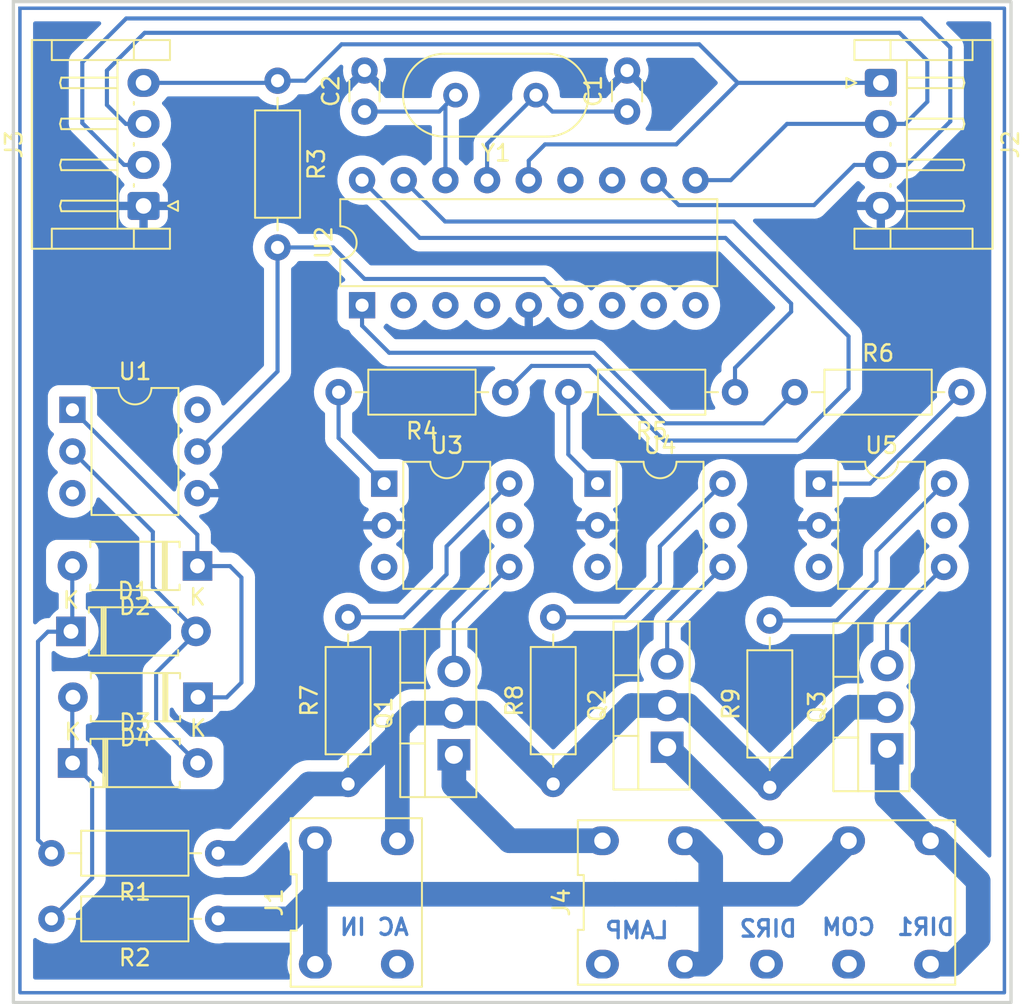
<source format=kicad_pcb>
(kicad_pcb (version 20211014) (generator pcbnew)
  (layers (0 "F.Cu" signal "cobre frontal") (31 "B.Cu" signal "Cobre traseira") (34 "B.Paste" user "Pasta traseira") (35 "F.Paste" user "Pasta frontal") (36 "B.SilkS" user "Serigrafia traseira") (37 "F.SilkS" user "Serigrafia frontal") (38 "B.Mask" user "Máscara traseira") (39 "F.Mask" user "Máscara frontal") (44 "Edge.Cuts" user "Cortes contorno"))
  (net 0 "")
  (net 3 "GND")
  (net 4 "+3V3")
  (net 5 "SCL")
  (net 6 "SDA")
  (net 21 "Net-(C1-Pad1)")
  (net 22 "Net-(C2-Pad1)")
  (net 23 "Net-(D1-Pad1)")
  (net 24 "Net-(D1-Pad2)")
  (net 25 "NEUT")
  (net 26 "LINE")
  (net 27 "Net-(Q1-Pad3)")
  (net 28 "Net-(Q2-Pad3)")
  (net 29 "Net-(Q3-Pad3)")
  (net 30 "ZCD")
  (net 31 "FAN_DIR1")
  (net 32 "Net-(R4-Pad2)")
  (net 33 "FAN_DIR2")
  (net 34 "Net-(R5-Pad2)")
  (net 35 "LAMP")
  (net 36 "Net-(R6-Pad2)")
  (net 37 "Net-(R7-Pad2)")
  (net 38 "Net-(R8-Pad2)")
  (net 39 "Net-(R9-Pad2)")
  (net 40 "FAN_DIR1_POWER")
  (net 41 "FAN_DIR2_POWER")
  (net 42 "LAMP_POWER")
  (net 43 "Net-(D2-Pad1)")
  (net 44 "Net-(D3-Pad1)")
  (footprint "Package_TO_SOT_THT:TO-220-3_Vertical" (layer "F.Cu") (at 73.045 65.14 90)
    (fp_text reference "Q3" (at 2.54 -4.27 90) (layer "F.SilkS"))
    (fp_text value "BTA16-600B")
    (pad "1" thru_hole rect (at 0 0 90) (size 1.905 2) (drill 1.1) (layers *.Cu *.Mask) (net 42 "LAMP_POWER"))
    (pad "2" thru_hole oval (at 2.54 0 90) (size 1.905 2) (drill 1.1) (layers *.Cu *.Mask) (net 26 "LINE"))
    (pad "3" thru_hole oval (at 5.08 0 90) (size 1.905 2) (drill 1.1) (layers *.Cu *.Mask) (net 29 "Net-(Q3-Pad3)"))
  )
  (footprint "Package_DIP:DIP-6_W7.62mm" (layer "F.Cu") (at 23.4 44.475)
    (fp_text reference "U1" (at 3.81 -2.33) (layer "F.SilkS"))
    (fp_text value "4N25")
    (pad "1" thru_hole rect (at 0 0) (size 1.6 1.6) (drill 0.8) (layers *.Cu *.Mask) (net 43 "Net-(D2-Pad1)"))
    (pad "2" thru_hole oval (at 0 2.54) (size 1.6 1.6) (drill 0.8) (layers *.Cu *.Mask) (net 24 "Net-(D1-Pad2)"))
    (pad "3" thru_hole oval (at 0 5.08) (size 1.6 1.6) (drill 0.8) (layers *.Cu *.Mask))
    (pad "4" thru_hole oval (at 7.62 5.08) (size 1.6 1.6) (drill 0.8) (layers *.Cu *.Mask) (net 3 "GND"))
    (pad "5" thru_hole oval (at 7.62 2.54) (size 1.6 1.6) (drill 0.8) (layers *.Cu *.Mask) (net 30 "ZCD"))
    (pad "6" thru_hole oval (at 7.62 0) (size 1.6 1.6) (drill 0.8) (layers *.Cu *.Mask))
  )
  (footprint "Resistor_THT:R_Axial_DIN0207_L6.3mm_D2.5mm_P10.16mm_Horizontal" (layer "F.Cu") (at 63.78 43.4 180)
    (fp_text reference "R5" (at 5.08 -2.37) (layer "F.SilkS"))
    (fp_text value "220R")
    (pad "1" thru_hole circle (at 0 0 180) (size 1.6 1.6) (drill 0.8) (layers *.Cu *.Mask) (net 33 "FAN_DIR2"))
    (pad "2" thru_hole oval (at 10.16 0 180) (size 1.6 1.6) (drill 0.8) (layers *.Cu *.Mask) (net 34 "Net-(R5-Pad2)"))
  )
  (footprint "Resistor_THT:R_Axial_DIN0207_L6.3mm_D2.5mm_P10.16mm_Horizontal" (layer "F.Cu") (at 35.9 24.42 -90)
    (fp_text reference "R3" (at 5.08 -2.37 90) (layer "F.SilkS"))
    (fp_text value "12k")
    (pad "1" thru_hole circle (at 0 0 270) (size 1.6 1.6) (drill 0.8) (layers *.Cu *.Mask) (net 4 "+3V3"))
    (pad "2" thru_hole oval (at 10.16 0 270) (size 1.6 1.6) (drill 0.8) (layers *.Cu *.Mask) (net 30 "ZCD"))
  )
  (footprint "Package_TO_SOT_THT:TO-220-3_Vertical" (layer "F.Cu") (at 46.645 65.5 90)
    (fp_text reference "Q1" (at 2.54 -4.27 90) (layer "F.SilkS"))
    (fp_text value "BTA16-600B")
    (pad "1" thru_hole rect (at 0 0 90) (size 1.905 2) (drill 1.1) (layers *.Cu *.Mask) (net 40 "FAN_DIR1_POWER"))
    (pad "2" thru_hole oval (at 2.54 0 90) (size 1.905 2) (drill 1.1) (layers *.Cu *.Mask) (net 26 "LINE"))
    (pad "3" thru_hole oval (at 5.08 0 90) (size 1.905 2) (drill 1.1) (layers *.Cu *.Mask) (net 27 "Net-(Q1-Pad3)"))
  )
  (footprint "Connector_Spring_Terminal_Block:Connector_Spring_Terminal_Block_5.00mm_5P_KF142V" (layer "F.Cu") (at 65.7 74.5)
    (fp_text reference "J4" (at -12.5 0 90) (layer "F.SilkS"))
    (fp_text value "Screw_Terminal_01x05")
    (pad "1" thru_hole oval (at -10 -3.76) (size 2 1.75) (drill 1) (layers *.Cu *.Mask) (net 40 "FAN_DIR1_POWER"))
    (pad "1" thru_hole oval (at -10 3.76) (size 2 1.75) (drill 1) (layers *.Cu *.Mask) (net 40 "FAN_DIR1_POWER"))
    (pad "2" thru_hole oval (at -5 -3.76) (size 2 1.75) (drill 1) (layers *.Cu *.Mask) (net 25 "NEUT"))
    (pad "2" thru_hole oval (at -5 3.76) (size 2 1.75) (drill 1) (layers *.Cu *.Mask) (net 25 "NEUT"))
    (pad "3" thru_hole oval (at 0 -3.76) (size 2 1.75) (drill 1) (layers *.Cu *.Mask) (net 41 "FAN_DIR2_POWER"))
    (pad "3" thru_hole oval (at 0 3.76) (size 2 1.75) (drill 1) (layers *.Cu *.Mask) (net 41 "FAN_DIR2_POWER"))
    (pad "4" thru_hole oval (at 5 3.76) (size 2 1.75) (drill 1) (layers *.Cu *.Mask) (net 25 "NEUT"))
    (pad "4" thru_hole oval (at 5 -3.76) (size 2 1.75) (drill 1) (layers *.Cu *.Mask) (net 25 "NEUT"))
    (pad "5" thru_hole oval (at 10 3.76) (size 2 1.75) (drill 1) (layers *.Cu *.Mask) (net 42 "LAMP_POWER"))
    (pad "5" thru_hole oval (at 10 -3.76) (size 2 1.75) (drill 1) (layers *.Cu *.Mask) (net 42 "LAMP_POWER"))
  )
  (footprint "Diode_THT:D_A-405_P7.62mm_Horizontal" (layer "F.Cu") (at 31.02 53.99 180)
    (fp_text reference "D2" (at 3.81 -2.47) (layer "F.SilkS"))
    (fp_text value "DIODE")
    (fp_text user "K" (at 0 -1.9) (layer "F.SilkS"))
    (pad "1" thru_hole rect (at 0 0 180) (size 1.8 1.8) (drill 0.9) (layers *.Cu *.Mask) (net 43 "Net-(D2-Pad1)"))
    (pad "2" thru_hole oval (at 7.62 0 180) (size 1.8 1.8) (drill 0.9) (layers *.Cu *.Mask) (net 23 "Net-(D1-Pad1)"))
  )
  (footprint "Diode_THT:D_A-405_P7.62mm_Horizontal" (layer "F.Cu") (at 23.31 57.98)
    (fp_text reference "D1" (at 3.81 -2.47) (layer "F.SilkS"))
    (fp_text value "DIODE")
    (fp_text user "K" (at 0 -1.9) (layer "F.SilkS"))
    (pad "1" thru_hole rect (at 0 0) (size 1.8 1.8) (drill 0.9) (layers *.Cu *.Mask) (net 23 "Net-(D1-Pad1)"))
    (pad "2" thru_hole oval (at 7.62 0) (size 1.8 1.8) (drill 0.9) (layers *.Cu *.Mask) (net 24 "Net-(D1-Pad2)"))
  )
  (footprint "Package_DIP:DIP-6_W7.62mm" (layer "F.Cu") (at 42.4 48.975)
    (fp_text reference "U3" (at 3.81 -2.33) (layer "F.SilkS"))
    (fp_text value "MOC3020M")
    (pad "1" thru_hole rect (at 0 0) (size 1.6 1.6) (drill 0.8) (layers *.Cu *.Mask) (net 32 "Net-(R4-Pad2)"))
    (pad "2" thru_hole oval (at 0 2.54) (size 1.6 1.6) (drill 0.8) (layers *.Cu *.Mask) (net 3 "GND"))
    (pad "3" thru_hole oval (at 0 5.08) (size 1.6 1.6) (drill 0.8) (layers *.Cu *.Mask))
    (pad "4" thru_hole oval (at 7.62 5.08) (size 1.6 1.6) (drill 0.8) (layers *.Cu *.Mask) (net 27 "Net-(Q1-Pad3)"))
    (pad "5" thru_hole oval (at 7.62 2.54) (size 1.6 1.6) (drill 0.8) (layers *.Cu *.Mask))
    (pad "6" thru_hole oval (at 7.62 0) (size 1.6 1.6) (drill 0.8) (layers *.Cu *.Mask) (net 37 "Net-(R7-Pad2)"))
  )
  (footprint "Package_DIP:DIP-18_W7.62mm" (layer "F.Cu") (at 41.05 38.1 90)
    (fp_text reference "U2" (at 3.81 -2.33 90) (layer "F.SilkS"))
    (fp_text value "PIC16F628A-IP")
    (pad "1" thru_hole rect (at 0 0 90) (size 1.6 1.6) (drill 0.8) (layers *.Cu *.Mask) (net 35 "LAMP"))
    (pad "2" thru_hole oval (at 0 2.54 90) (size 1.6 1.6) (drill 0.8) (layers *.Cu *.Mask))
    (pad "3" thru_hole oval (at 0 5.08 90) (size 1.6 1.6) (drill 0.8) (layers *.Cu *.Mask))
    (pad "4" thru_hole oval (at 0 7.62 90) (size 1.6 1.6) (drill 0.8) (layers *.Cu *.Mask))
    (pad "5" thru_hole oval (at 0 10.16 90) (size 1.6 1.6) (drill 0.8) (layers *.Cu *.Mask) (net 3 "GND"))
    (pad "6" thru_hole oval (at 0 12.7 90) (size 1.6 1.6) (drill 0.8) (layers *.Cu *.Mask) (net 30 "ZCD"))
    (pad "7" thru_hole oval (at 0 15.24 90) (size 1.6 1.6) (drill 0.8) (layers *.Cu *.Mask))
    (pad "8" thru_hole oval (at 0 17.78 90) (size 1.6 1.6) (drill 0.8) (layers *.Cu *.Mask))
    (pad "9" thru_hole oval (at 0 20.32 90) (size 1.6 1.6) (drill 0.8) (layers *.Cu *.Mask))
    (pad "10" thru_hole oval (at 7.62 20.32 90) (size 1.6 1.6) (drill 0.8) (layers *.Cu *.Mask) (net 5 "SCL"))
    (pad "11" thru_hole oval (at 7.62 17.78 90) (size 1.6 1.6) (drill 0.8) (layers *.Cu *.Mask) (net 6 "SDA"))
    (pad "12" thru_hole oval (at 7.62 15.24 90) (size 1.6 1.6) (drill 0.8) (layers *.Cu *.Mask))
    (pad "13" thru_hole oval (at 7.62 12.7 90) (size 1.6 1.6) (drill 0.8) (layers *.Cu *.Mask))
    (pad "14" thru_hole oval (at 7.62 10.16 90) (size 1.6 1.6) (drill 0.8) (layers *.Cu *.Mask) (net 4 "+3V3"))
    (pad "15" thru_hole oval (at 7.62 7.62 90) (size 1.6 1.6) (drill 0.8) (layers *.Cu *.Mask) (net 21 "Net-(C1-Pad1)"))
    (pad "16" thru_hole oval (at 7.62 5.08 90) (size 1.6 1.6) (drill 0.8) (layers *.Cu *.Mask) (net 22 "Net-(C2-Pad1)"))
    (pad "17" thru_hole oval (at 7.62 2.54 90) (size 1.6 1.6) (drill 0.8) (layers *.Cu *.Mask) (net 31 "FAN_DIR1"))
    (pad "18" thru_hole oval (at 7.62 0 90) (size 1.6 1.6) (drill 0.8) (layers *.Cu *.Mask) (net 33 "FAN_DIR2"))
  )
  (footprint "Resistor_THT:R_Axial_DIN0207_L6.3mm_D2.5mm_P10.16mm_Horizontal" (layer "F.Cu") (at 65.9 67.48 90)
    (fp_text reference "R9" (at 5.08 -2.37 90) (layer "F.SilkS"))
    (fp_text value "1k")
    (pad "1" thru_hole circle (at 0 0 90) (size 1.6 1.6) (drill 0.8) (layers *.Cu *.Mask) (net 26 "LINE"))
    (pad "2" thru_hole oval (at 10.16 0 90) (size 1.6 1.6) (drill 0.8) (layers *.Cu *.Mask) (net 39 "Net-(R9-Pad2)"))
  )
  (footprint "Package_TO_SOT_THT:TO-220-3_Vertical" (layer "F.Cu") (at 59.645 65.04 90)
    (fp_text reference "Q2" (at 2.54 -4.27 90) (layer "F.SilkS"))
    (fp_text value "BTA16-600B")
    (pad "1" thru_hole rect (at 0 0 90) (size 1.905 2) (drill 1.1) (layers *.Cu *.Mask) (net 41 "FAN_DIR2_POWER"))
    (pad "2" thru_hole oval (at 2.54 0 90) (size 1.905 2) (drill 1.1) (layers *.Cu *.Mask) (net 26 "LINE"))
    (pad "3" thru_hole oval (at 5.08 0 90) (size 1.905 2) (drill 1.1) (layers *.Cu *.Mask) (net 28 "Net-(Q2-Pad3)"))
  )
  (footprint "Resistor_THT:R_Axial_DIN0207_L6.3mm_D2.5mm_P10.16mm_Horizontal" (layer "F.Cu") (at 67.42 43.4)
    (fp_text reference "R6" (at 5.08 -2.37) (layer "F.SilkS"))
    (fp_text value "220R")
    (pad "1" thru_hole circle (at 0 0) (size 1.6 1.6) (drill 0.8) (layers *.Cu *.Mask) (net 35 "LAMP"))
    (pad "2" thru_hole oval (at 10.16 0) (size 1.6 1.6) (drill 0.8) (layers *.Cu *.Mask) (net 36 "Net-(R6-Pad2)"))
  )
  (footprint "Package_DIP:DIP-6_W7.62mm" (layer "F.Cu") (at 55.4 48.975)
    (fp_text reference "U4" (at 3.81 -2.33) (layer "F.SilkS"))
    (fp_text value "MOC3020M")
    (pad "1" thru_hole rect (at 0 0) (size 1.6 1.6) (drill 0.8) (layers *.Cu *.Mask) (net 34 "Net-(R5-Pad2)"))
    (pad "2" thru_hole oval (at 0 2.54) (size 1.6 1.6) (drill 0.8) (layers *.Cu *.Mask) (net 3 "GND"))
    (pad "3" thru_hole oval (at 0 5.08) (size 1.6 1.6) (drill 0.8) (layers *.Cu *.Mask))
    (pad "4" thru_hole oval (at 7.62 5.08) (size 1.6 1.6) (drill 0.8) (layers *.Cu *.Mask) (net 28 "Net-(Q2-Pad3)"))
    (pad "5" thru_hole oval (at 7.62 2.54) (size 1.6 1.6) (drill 0.8) (layers *.Cu *.Mask))
    (pad "6" thru_hole oval (at 7.62 0) (size 1.6 1.6) (drill 0.8) (layers *.Cu *.Mask) (net 38 "Net-(R8-Pad2)"))
  )
  (footprint "Resistor_THT:R_Axial_DIN0207_L6.3mm_D2.5mm_P10.16mm_Horizontal" (layer "F.Cu") (at 52.7 67.28 90)
    (fp_text reference "R8" (at 5.08 -2.37 90) (layer "F.SilkS"))
    (fp_text value "1k")
    (pad "1" thru_hole circle (at 0 0 90) (size 1.6 1.6) (drill 0.8) (layers *.Cu *.Mask) (net 26 "LINE"))
    (pad "2" thru_hole oval (at 10.16 0 90) (size 1.6 1.6) (drill 0.8) (layers *.Cu *.Mask) (net 38 "Net-(R8-Pad2)"))
  )
  (footprint "Connector_JST:JST_EH_S4B-EH_1x04_P2.50mm_Horizontal" (layer "F.Cu") (at 72.6675 24.55 -90)
    (fp_text reference "J2" (at 3.75 -7.9 90) (layer "F.SilkS"))
    (fp_text value "Conn_01x04")
    (pad "1" thru_hole roundrect (at 0 0 270) (size 1.7 1.95) (drill 0.95) (layers *.Cu *.Mask) (roundrect_rratio 0.1470588235) (net 4 "+3V3"))
    (pad "2" thru_hole oval (at 2.5 0 270) (size 1.7 1.95) (drill 0.95) (layers *.Cu *.Mask) (net 5 "SCL"))
    (pad "3" thru_hole oval (at 5 0 270) (size 1.7 1.95) (drill 0.95) (layers *.Cu *.Mask) (net 6 "SDA"))
    (pad "4" thru_hole oval (at 7.5 0 270) (size 1.7 1.95) (drill 0.95) (layers *.Cu *.Mask) (net 3 "GND"))
  )
  (footprint "Capacitor_THT:C_Disc_D3.0mm_W1.6mm_P2.50mm" (layer "F.Cu") (at 41.2 26.3 90)
    (fp_text reference "C2" (at 1.25 -2.05 90) (layer "F.SilkS"))
    (fp_text value "C_Small")
    (pad "1" thru_hole circle (at 0 0 90) (size 1.6 1.6) (drill 0.8) (layers *.Cu *.Mask) (net 22 "Net-(C2-Pad1)"))
    (pad "2" thru_hole circle (at 2.5 0 90) (size 1.6 1.6) (drill 0.8) (layers *.Cu *.Mask) (net 3 "GND"))
  )
  (footprint "Resistor_THT:R_Axial_DIN0207_L6.3mm_D2.5mm_P10.16mm_Horizontal" (layer "F.Cu") (at 40.2 67.28 90)
    (fp_text reference "R7" (at 5.08 -2.37 90) (layer "F.SilkS"))
    (fp_text value "1k")
    (pad "1" thru_hole circle (at 0 0 90) (size 1.6 1.6) (drill 0.8) (layers *.Cu *.Mask) (net 26 "LINE"))
    (pad "2" thru_hole oval (at 10.16 0 90) (size 1.6 1.6) (drill 0.8) (layers *.Cu *.Mask) (net 37 "Net-(R7-Pad2)"))
  )
  (footprint "Package_DIP:DIP-6_W7.62mm" (layer "F.Cu") (at 68.9 48.975)
    (fp_text reference "U5" (at 3.81 -2.33) (layer "F.SilkS"))
    (fp_text value "MOC3020M")
    (pad "1" thru_hole rect (at 0 0) (size 1.6 1.6) (drill 0.8) (layers *.Cu *.Mask) (net 36 "Net-(R6-Pad2)"))
    (pad "2" thru_hole oval (at 0 2.54) (size 1.6 1.6) (drill 0.8) (layers *.Cu *.Mask) (net 3 "GND"))
    (pad "3" thru_hole oval (at 0 5.08) (size 1.6 1.6) (drill 0.8) (layers *.Cu *.Mask))
    (pad "4" thru_hole oval (at 7.62 5.08) (size 1.6 1.6) (drill 0.8) (layers *.Cu *.Mask) (net 29 "Net-(Q3-Pad3)"))
    (pad "5" thru_hole oval (at 7.62 2.54) (size 1.6 1.6) (drill 0.8) (layers *.Cu *.Mask))
    (pad "6" thru_hole oval (at 7.62 0) (size 1.6 1.6) (drill 0.8) (layers *.Cu *.Mask) (net 39 "Net-(R9-Pad2)"))
  )
  (footprint "Diode_THT:D_A-405_P7.62mm_Horizontal" (layer "F.Cu") (at 23.41 66)
    (fp_text reference "D3" (at 3.81 -2.47) (layer "F.SilkS"))
    (fp_text value "DIODE")
    (fp_text user "K" (at 0 -1.9) (layer "F.SilkS"))
    (pad "1" thru_hole rect (at 0 0) (size 1.8 1.8) (drill 0.9) (layers *.Cu *.Mask) (net 44 "Net-(D3-Pad1)"))
    (pad "2" thru_hole oval (at 7.62 0) (size 1.8 1.8) (drill 0.9) (layers *.Cu *.Mask) (net 24 "Net-(D1-Pad2)"))
  )
  (footprint "Resistor_THT:R_Axial_DIN0207_L6.3mm_D2.5mm_P10.16mm_Horizontal" (layer "F.Cu") (at 32.28 71.5 180)
    (fp_text reference "R1" (at 5.08 -2.37) (layer "F.SilkS"))
    (fp_text value "56K")
    (pad "1" thru_hole circle (at 0 0 180) (size 1.6 1.6) (drill 0.8) (layers *.Cu *.Mask) (net 26 "LINE"))
    (pad "2" thru_hole oval (at 10.16 0 180) (size 1.6 1.6) (drill 0.8) (layers *.Cu *.Mask) (net 23 "Net-(D1-Pad1)"))
  )
  (footprint "Diode_THT:D_A-405_P7.62mm_Horizontal" (layer "F.Cu") (at 31.05 61.99 180)
    (fp_text reference "D4" (at 3.81 -2.47) (layer "F.SilkS"))
    (fp_text value "DIODE")
    (fp_text user "K" (at 0 -1.9) (layer "F.SilkS"))
    (pad "1" thru_hole rect (at 0 0 180) (size 1.8 1.8) (drill 0.9) (layers *.Cu *.Mask) (net 43 "Net-(D2-Pad1)"))
    (pad "2" thru_hole oval (at 7.62 0 180) (size 1.8 1.8) (drill 0.9) (layers *.Cu *.Mask) (net 44 "Net-(D3-Pad1)"))
  )
  (footprint "Resistor_THT:R_Axial_DIN0207_L6.3mm_D2.5mm_P10.16mm_Horizontal" (layer "F.Cu") (at 49.78 43.4 180)
    (fp_text reference "R4" (at 5.08 -2.37) (layer "F.SilkS"))
    (fp_text value "220R")
    (pad "1" thru_hole circle (at 0 0 180) (size 1.6 1.6) (drill 0.8) (layers *.Cu *.Mask) (net 31 "FAN_DIR1"))
    (pad "2" thru_hole oval (at 10.16 0 180) (size 1.6 1.6) (drill 0.8) (layers *.Cu *.Mask) (net 32 "Net-(R4-Pad2)"))
  )
  (footprint "Connector_JST:JST_EH_S4B-EH_1x04_P2.50mm_Horizontal" (layer "F.Cu") (at 27.7325 32.05 90)
    (fp_text reference "J3" (at 3.75 -7.9 90) (layer "F.SilkS"))
    (fp_text value "Conn_01x04")
    (pad "1" thru_hole roundrect (at 0 0 90) (size 1.7 1.95) (drill 0.95) (layers *.Cu *.Mask) (roundrect_rratio 0.1470588235) (net 3 "GND"))
    (pad "2" thru_hole oval (at 2.5 0 90) (size 1.7 1.95) (drill 0.95) (layers *.Cu *.Mask) (net 6 "SDA"))
    (pad "3" thru_hole oval (at 5 0 90) (size 1.7 1.95) (drill 0.95) (layers *.Cu *.Mask) (net 5 "SCL"))
    (pad "4" thru_hole oval (at 7.5 0 90) (size 1.7 1.95) (drill 0.95) (layers *.Cu *.Mask) (net 4 "+3V3"))
  )
  (footprint "Capacitor_THT:C_Disc_D3.0mm_W1.6mm_P2.50mm" (layer "F.Cu") (at 57.2 26.3 90)
    (fp_text reference "C1" (at 1.25 -2.05 90) (layer "F.SilkS"))
    (fp_text value "C_Small")
    (pad "1" thru_hole circle (at 0 0 90) (size 1.6 1.6) (drill 0.8) (layers *.Cu *.Mask) (net 21 "Net-(C1-Pad1)"))
    (pad "2" thru_hole circle (at 2.5 0 90) (size 1.6 1.6) (drill 0.8) (layers *.Cu *.Mask) (net 3 "GND"))
  )
  (footprint "Crystal:Crystal_HC18-U_Vertical" (layer "F.Cu") (at 51.65 25.3 180)
    (fp_text reference "Y1" (at 2.45 -3.525) (layer "F.SilkS"))
    (fp_text value "Crystal")
    (pad "1" thru_hole circle (at 0 0 180) (size 1.5 1.5) (drill 0.8) (layers *.Cu *.Mask) (net 21 "Net-(C1-Pad1)"))
    (pad "2" thru_hole circle (at 4.9 0 180) (size 1.5 1.5) (drill 0.8) (layers *.Cu *.Mask) (net 22 "Net-(C2-Pad1)"))
  )
  (footprint "Connector_Spring_Terminal_Block:Connector_Spring_Terminal_Block_5.00mm_2P_KF142V" (layer "F.Cu") (at 40.7 74.5)
    (fp_text reference "J1" (at -5 0 90) (layer "F.SilkS"))
    (fp_text value "Screw_Terminal_01x02")
    (pad "1" thru_hole oval (at -2.5 -3.76) (size 2 1.75) (drill 1) (layers *.Cu *.Mask) (net 25 "NEUT"))
    (pad "1" thru_hole oval (at -2.5 3.76) (size 2 1.75) (drill 1) (layers *.Cu *.Mask) (net 25 "NEUT"))
    (pad "2" thru_hole oval (at 2.5 3.76) (size 2 1.75) (drill 1) (layers *.Cu *.Mask) (net 26 "LINE"))
    (pad "2" thru_hole oval (at 2.5 -3.76) (size 2 1.75) (drill 1) (layers *.Cu *.Mask) (net 26 "LINE"))
  )
  (footprint "Resistor_THT:R_Axial_DIN0207_L6.3mm_D2.5mm_P10.16mm_Horizontal" (layer "F.Cu") (at 32.28 75.5 180)
    (fp_text reference "R2" (at 5.08 -2.37) (layer "F.SilkS"))
    (fp_text value "56K")
    (pad "1" thru_hole circle (at 0 0 180) (size 1.6 1.6) (drill 0.8) (layers *.Cu *.Mask) (net 25 "NEUT"))
    (pad "2" thru_hole oval (at 10.16 0 180) (size 1.6 1.6) (drill 0.8) (layers *.Cu *.Mask) (net 44 "Net-(D3-Pad1)"))
  )
  (gr_rect (start 20.2 20) (end 80.2 80) (layer "B.Cu") (width 0.2) (fill none))
  (gr_rect (start 20.2 20) (end 80.2 80) (layer "B.Cu") (width 0.2) (fill none))
  (gr_rect (start 19.8 19.6) (end 80.6 80.6) (layer "Edge.Cuts") (width 0.2) (fill none))
  (gr_text "DIR2" (at 65.8 76.1) (layer "B.Cu") (effects (font (size 1 1) (thickness 0.2)) (justify mirror)))
  (gr_text "LAMP" (at 57.8 76.2) (layer "B.Cu") (effects (font (size 1 1) (thickness 0.2)) (justify mirror)))
  (gr_text "AC IN" (at 41.8 76) (layer "B.Cu") (effects (font (size 1 1) (thickness 0.2)) (justify mirror)))
  (gr_text "COM" (at 70.7 76) (layer "B.Cu") (effects (font (size 1 1) (thickness 0.2)) (justify mirror)))
  (gr_text "DIR1" (at 75.4 76) (layer "B.Cu") (effects (font (size 1 1) (thickness 0.2)) (justify mirror)))
  (segment (start 60.2 28.3) (end 52.2 28.3) (width 0.25) (layer "B.Cu") (net 4))
  (segment (start 27.7325 24.55) (end 35.77 24.55) (width 0.25) (layer "B.Cu") (net 4))
  (segment (start 37.58 24.42) (end 35.9 24.42) (width 0.25) (layer "B.Cu") (net 4))
  (segment (start 72.6675 24.55) (end 63.95 24.55) (width 0.25) (layer "B.Cu") (net 4))
  (segment (start 35.77 24.55) (end 35.9 24.42) (width 0.25) (layer "B.Cu") (net 4))
  (segment (start 51.21 29.29) (end 51.21 30.48) (width 0.25) (layer "B.Cu") (net 4))
  (segment (start 39.8 22.2) (end 37.58 24.42) (width 0.25) (layer "B.Cu") (net 4))
  (segment (start 61.6 22.2) (end 39.8 22.2) (width 0.25) (layer "B.Cu") (net 4))
  (segment (start 63.95 24.55) (end 60.2 28.3) (width 0.25) (layer "B.Cu") (net 4))
  (segment (start 52.2 28.3) (end 51.21 29.29) (width 0.25) (layer "B.Cu") (net 4))
  (segment (start 63.95 24.55) (end 61.6 22.2) (width 0.25) (layer "B.Cu") (net 4))
  (segment (start 25.5 23.8) (end 25.5 25.9) (width 0.25) (layer "B.Cu") (net 5))
  (segment (start 26.65 27.05) (end 27.7325 27.05) (width 0.25) (layer "B.Cu") (net 5))
  (segment (start 72.6675 27.05) (end 66.95 27.05) (width 0.25) (layer "B.Cu") (net 5))
  (segment (start 75.5 25.7) (end 75.5 23.2) (width 0.25) (layer "B.Cu") (net 5))
  (segment (start 73.8 21.5) (end 27.8 21.5) (width 0.25) (layer "B.Cu") (net 5))
  (segment (start 25.5 25.9) (end 26.65 27.05) (width 0.25) (layer "B.Cu") (net 5))
  (segment (start 75.5 23.2) (end 73.8 21.5) (width 0.25) (layer "B.Cu") (net 5))
  (segment (start 63.52 30.48) (end 61.37 30.48) (width 0.25) (layer "B.Cu") (net 5))
  (segment (start 27.8 21.5) (end 25.5 23.8) (width 0.25) (layer "B.Cu") (net 5))
  (segment (start 66.95 27.05) (end 63.52 30.48) (width 0.25) (layer "B.Cu") (net 5))
  (segment (start 72.6675 27.05) (end 74.15 27.05) (width 0.25) (layer "B.Cu") (net 5))
  (segment (start 74.15 27.05) (end 75.5 25.7) (width 0.25) (layer "B.Cu") (net 5))
  (segment (start 26.55 29.55) (end 27.7325 29.55) (width 0.25) (layer "B.Cu") (net 6))
  (segment (start 60.35 32) (end 68.6 32) (width 0.25) (layer "B.Cu") (net 6))
  (segment (start 71.05 29.55) (end 72.6675 29.55) (width 0.25) (layer "B.Cu") (net 6))
  (segment (start 24 27) (end 26.55 29.55) (width 0.25) (layer "B.Cu") (net 6))
  (segment (start 75.12452 20.62452) (end 26.67548 20.62452) (width 0.25) (layer "B.Cu") (net 6))
  (segment (start 26.67548 20.62452) (end 24 23.3) (width 0.25) (layer "B.Cu") (net 6))
  (segment (start 74.25 29.55) (end 76.9 26.9) (width 0.25) (layer "B.Cu") (net 6))
  (segment (start 72.6675 29.55) (end 74.25 29.55) (width 0.25) (layer "B.Cu") (net 6))
  (segment (start 76.9 26.9) (end 76.9 22.4) (width 0.25) (layer "B.Cu") (net 6))
  (segment (start 58.83 30.48) (end 60.35 32) (width 0.25) (layer "B.Cu") (net 6))
  (segment (start 76.9 22.4) (end 75.12452 20.62452) (width 0.25) (layer "B.Cu") (net 6))
  (segment (start 68.6 32) (end 71.05 29.55) (width 0.25) (layer "B.Cu") (net 6))
  (segment (start 24 23.3) (end 24 27) (width 0.25) (layer "B.Cu") (net 6))
  (segment (start 52.65 26.3) (end 57.2 26.3) (width 0.25) (layer "B.Cu") (net 21))
  (segment (start 48.67 30.48) (end 48.67 28.28) (width 0.25) (layer "B.Cu") (net 21))
  (segment (start 51.65 25.3) (end 52.65 26.3) (width 0.25) (layer "B.Cu") (net 21))
  (segment (start 48.67 28.28) (end 51.65 25.3) (width 0.25) (layer "B.Cu") (net 21))
  (segment (start 45.75 26.3) (end 46.75 25.3) (width 0.25) (layer "B.Cu") (net 22))
  (segment (start 41.2 26.3) (end 45.75 26.3) (width 0.25) (layer "B.Cu") (net 22))
  (segment (start 46.13 25.92) (end 46.75 25.3) (width 0.25) (layer "B.Cu") (net 22))
  (segment (start 46.13 30.48) (end 46.13 25.92) (width 0.25) (layer "B.Cu") (net 22))
  (segment (start 21.3 70.68) (end 22.12 71.5) (width 0.25) (layer "B.Cu") (net 23))
  (segment (start 21.9 58) (end 21.3 58.6) (width 0.25) (layer "B.Cu") (net 23))
  (segment (start 21.3 58.6) (end 21.3 70.68) (width 0.25) (layer "B.Cu") (net 23))
  (segment (start 23.39 58) (end 21.9 58) (width 0.25) (layer "B.Cu") (net 23))
  (segment (start 23.39 54) (end 23.39 58) (width 0.25) (layer "B.Cu") (net 23))
  (segment (start 23.4 47.015) (end 28.3 51.915) (width 0.25) (layer "B.Cu") (net 24))
  (segment (start 28.5 60.5) (end 28.5 63.49) (width 0.25) (layer "B.Cu") (net 24))
  (segment (start 28.3 51.915) (end 28.3 55.29) (width 0.25) (layer "B.Cu") (net 24))
  (segment (start 29.785489 59.224511) (end 29.775489 59.224511) (width 0.25) (layer "B.Cu") (net 24))
  (segment (start 31.01 58) (end 29.785489 59.224511) (width 0.25) (layer "B.Cu") (net 24))
  (segment (start 28.5 63.49) (end 31.01 66) (width 0.25) (layer "B.Cu") (net 24))
  (segment (start 28.3 55.29) (end 31.01 58) (width 0.25) (layer "B.Cu") (net 24))
  (segment (start 29.775489 59.224511) (end 28.5 60.5) (width 0.25) (layer "B.Cu") (net 24))
  (segment (start 60.2 74) (end 62.2 74) (width 1.5) (layer "B.Cu") (net 25))
  (segment (start 60.2 74) (end 56.44 74) (width 1.5) (layer "B.Cu") (net 25))
  (segment (start 61.836618 78.26) (end 62.3 77.796618) (width 1.5) (layer "B.Cu") (net 25))
  (segment (start 62.2 74) (end 67.44 74) (width 1.5) (layer "B.Cu") (net 25))
  (segment (start 62.3 77.796618) (end 62.3 74.1) (width 1.5) (layer "B.Cu") (net 25))
  (segment (start 67.44 74) (end 70.7 70.74) (width 1.5) (layer "B.Cu") (net 25))
  (segment (start 60.7 78.26) (end 61.836618 78.26) (width 1.5) (layer "B.Cu") (net 25))
  (segment (start 38.2 74) (end 56.44 74) (width 1.5) (layer "B.Cu") (net 25))
  (segment (start 62.3 74.1) (end 62.2 74) (width 1.5) (layer "B.Cu") (net 25))
  (segment (start 60.7 70.74) (end 61.24 70.74) (width 1.5) (layer "B.Cu") (net 25))
  (segment (start 32.28 75.5) (end 36.7 75.5) (width 1.5) (layer "B.Cu") (net 25))
  (segment (start 61.24 70.74) (end 62.3 71.8) (width 1.5) (layer "B.Cu") (net 25))
  (segment (start 62.3 71.8) (end 62.3 74.1) (width 1.5) (layer "B.Cu") (net 25))
  (segment (start 36.7 75.5) (end 38.2 74) (width 1.5) (layer "B.Cu") (net 25))
  (segment (start 38.2 78.26) (end 38.2 70.74) (width 1.5) (layer "B.Cu") (net 25))
  (segment (start 70.78 62.6) (end 73.045 62.6) (width 1.5) (layer "B.Cu") (net 26))
  (segment (start 40.2 67.28) (end 43.2 64.28) (width 1.5) (layer "B.Cu") (net 26))
  (segment (start 33.6 71.5) (end 37.82 67.28) (width 1.5) (layer "B.Cu") (net 26))
  (segment (start 46.645 62.96) (end 48.38 62.96) (width 1.5) (layer "B.Cu") (net 26))
  (segment (start 44.145 62.96) (end 46.645 62.96) (width 1.5) (layer "B.Cu") (net 26))
  (segment (start 65.9 67.48) (end 70.78 62.6) (width 1.5) (layer "B.Cu") (net 26))
  (segment (start 43.2 70.74) (end 43.2 63.905) (width 1.5) (layer "B.Cu") (net 26))
  (segment (start 37.82 67.28) (end 40.2 67.28) (width 1.5) (layer "B.Cu") (net 26))
  (segment (start 32.28 71.5) (end 33.6 71.5) (width 1.5) (layer "B.Cu") (net 26))
  (segment (start 48.38 62.96) (end 52.7 67.28) (width 1.5) (layer "B.Cu") (net 26))
  (segment (start 60.92 62.5) (end 65.9 67.48) (width 1.5) (layer "B.Cu") (net 26))
  (segment (start 43.2 64.28) (end 43.2 63.905) (width 1.5) (layer "B.Cu") (net 26))
  (segment (start 52.7 67.28) (end 57.48 62.5) (width 1.5) (layer "B.Cu") (net 26))
  (segment (start 59.645 62.5) (end 60.92 62.5) (width 1.5) (layer "B.Cu") (net 26))
  (segment (start 43.2 63.905) (end 44.145 62.96) (width 1.5) (layer "B.Cu") (net 26))
  (segment (start 57.48 62.5) (end 59.645 62.5) (width 1.5) (layer "B.Cu") (net 26))
  (segment (start 46.645 60.42) (end 46.645 57.43) (width 0.25) (layer "B.Cu") (net 27))
  (segment (start 46.645 57.43) (end 50.02 54.055) (width 0.25) (layer "B.Cu") (net 27))
  (segment (start 59.645 59.96) (end 59.645 57.43) (width 0.25) (layer "B.Cu") (net 28))
  (segment (start 59.645 57.43) (end 63.02 54.055) (width 0.25) (layer "B.Cu") (net 28))
  (segment (start 73.045 60.06) (end 73.045 57.53) (width 0.25) (layer "B.Cu") (net 29))
  (segment (start 73.045 57.53) (end 76.52 54.055) (width 0.25) (layer "B.Cu") (net 29))
  (segment (start 35.9 42.135) (end 31.02 47.015) (width 0.25) (layer "B.Cu") (net 30))
  (segment (start 35.9 34.58) (end 39.28 34.58) (width 0.25) (layer "B.Cu") (net 30))
  (segment (start 41.2 36.5) (end 52.15 36.5) (width 0.25) (layer "B.Cu") (net 30))
  (segment (start 52.15 36.5) (end 53.75 38.1) (width 0.25) (layer "B.Cu") (net 30))
  (segment (start 39.28 34.58) (end 41.2 36.5) (width 0.25) (layer "B.Cu") (net 30))
  (segment (start 35.9 34.58) (end 35.9 42.135) (width 0.25) (layer "B.Cu") (net 30))
  (segment (start 63.7 33) (end 46.11 33) (width 0.25) (layer "B.Cu") (net 31))
  (segment (start 67.55 46.35) (end 70.7 43.2) (width 0.25) (layer "B.Cu") (net 31))
  (segment (start 46.11 33) (end 43.59 30.48) (width 0.25) (layer "B.Cu") (net 31))
  (segment (start 49.78 43.4) (end 51.38 41.8) (width 0.25) (layer "B.Cu") (net 31))
  (segment (start 51.38 41.8) (end 54.9 41.8) (width 0.25) (layer "B.Cu") (net 31))
  (segment (start 59.45 46.35) (end 67.55 46.35) (width 0.25) (layer "B.Cu") (net 31))
  (segment (start 70.7 43.2) (end 70.7 40) (width 0.25) (layer "B.Cu") (net 31))
  (segment (start 59.45 46.35) (end 54.9 41.8) (width 0.25) (layer "B.Cu") (net 31))
  (segment (start 70.7 40) (end 63.7 33) (width 0.25) (layer "B.Cu") (net 31))
  (segment (start 39.62 46.195) (end 39.62 43.4) (width 0.25) (layer "B.Cu") (net 32))
  (segment (start 39.62 46.195) (end 42.4 48.975) (width 0.25) (layer "B.Cu") (net 32))
  (segment (start 63.78 41.92) (end 67.2 38.5) (width 0.25) (layer "B.Cu") (net 33))
  (segment (start 44.57 34) (end 41.05 30.48) (width 0.25) (layer "B.Cu") (net 33))
  (segment (start 63.2 34) (end 44.57 34) (width 0.25) (layer "B.Cu") (net 33))
  (segment (start 67.2 38) (end 63.2 34) (width 0.25) (layer "B.Cu") (net 33))
  (segment (start 63.78 43.4) (end 63.78 41.92) (width 0.25) (layer "B.Cu") (net 33))
  (segment (start 67.2 38.5) (end 67.2 38) (width 0.25) (layer "B.Cu") (net 33))
  (segment (start 53.62 43.4) (end 53.62 47.195) (width 0.25) (layer "B.Cu") (net 34))
  (segment (start 53.62 47.195) (end 55.4 48.975) (width 0.25) (layer "B.Cu") (net 34))
  (segment (start 42.7 41) (end 55.2 41) (width 0.25) (layer "B.Cu") (net 35))
  (segment (start 59.5 45.3) (end 65.52 45.3) (width 0.25) (layer "B.Cu") (net 35))
  (segment (start 41.05 39.35) (end 42.7 41) (width 0.25) (layer "B.Cu") (net 35))
  (segment (start 55.2 41) (end 59.5 45.3) (width 0.25) (layer "B.Cu") (net 35))
  (segment (start 65.52 45.3) (end 67.62 43.2) (width 0.25) (layer "B.Cu") (net 35))
  (segment (start 41.05 38.1) (end 41.05 39.35) (width 0.25) (layer "B.Cu") (net 35))
  (segment (start 72.005 48.975) (end 77.78 43.2) (width 0.25) (layer "B.Cu") (net 36))
  (segment (start 68.9 48.975) (end 72.005 48.975) (width 0.25) (layer "B.Cu") (net 36))
  (segment (start 46.2 54.5) (end 43.58 57.12) (width 0.25) (layer "B.Cu") (net 37))
  (segment (start 46.2 54.5) (end 46.2 52.795) (width 0.25) (layer "B.Cu") (net 37))
  (segment (start 46.2 52.795) (end 50.02 48.975) (width 0.25) (layer "B.Cu") (net 37))
  (segment (start 43.58 57.12) (end 40.2 57.12) (width 0.25) (layer "B.Cu") (net 37))
  (segment (start 59.2 52.795) (end 63.02 48.975) (width 0.25) (layer "B.Cu") (net 38))
  (segment (start 57.08 57.12) (end 52.7 57.12) (width 0.25) (layer "B.Cu") (net 38))
  (segment (start 59.2 55) (end 59.2 52.795) (width 0.25) (layer "B.Cu") (net 38))
  (segment (start 59.2 55) (end 57.08 57.12) (width 0.25) (layer "B.Cu") (net 38))
  (segment (start 72.4 54.9) (end 72.4 53.095) (width 0.25) (layer "B.Cu") (net 39))
  (segment (start 69.98 57.32) (end 72.4 54.9) (width 0.25) (layer "B.Cu") (net 39))
  (segment (start 65.9 57.32) (end 69.98 57.32) (width 0.25) (layer "B.Cu") (net 39))
  (segment (start 72.4 53.095) (end 76.52 48.975) (width 0.25) (layer "B.Cu") (net 39))
  (segment (start 46.645 67.345) (end 50.04 70.74) (width 1.5) (layer "B.Cu") (net 40))
  (segment (start 50.04 70.74) (end 55.7 70.74) (width 1.5) (layer "B.Cu") (net 40))
  (segment (start 46.645 65.5) (end 46.645 67.345) (width 1.5) (layer "B.Cu") (net 40))
  (segment (start 65.7 70.74) (end 65.345 70.74) (width 1.5) (layer "B.Cu") (net 41))
  (segment (start 65.345 70.74) (end 59.645 65.04) (width 1.5) (layer "B.Cu") (net 41))
  (segment (start 77.04 78.26) (end 78.6 76.7) (width 1.5) (layer "B.Cu") (net 42))
  (segment (start 78.6 76.7) (end 78.6 73.2) (width 1.5) (layer "B.Cu") (net 42))
  (segment (start 73.045 65.14) (end 73.045 68.085) (width 1.5) (layer "B.Cu") (net 42))
  (segment (start 78.6 73.2) (end 76.14 70.74) (width 1.5) (layer "B.Cu") (net 42))
  (segment (start 76.14 70.74) (end 75.7 70.74) (width 1.5) (layer "B.Cu") (net 42))
  (segment (start 75.7 78.26) (end 77.04 78.26) (width 1.5) (layer "B.Cu") (net 42))
  (segment (start 73.045 68.085) (end 75.7 70.74) (width 1.5) (layer "B.Cu") (net 42))
  (segment (start 31.01 54) (end 33 54) (width 0.25) (layer "B.Cu") (net 43))
  (segment (start 33 54) (end 33.7 54.7) (width 0.25) (layer "B.Cu") (net 43))
  (segment (start 23.4 44.475) (end 31.01 52.085) (width 0.25) (layer "B.Cu") (net 43))
  (segment (start 33.7 61.1) (end 32.8 62) (width 0.25) (layer "B.Cu") (net 43))
  (segment (start 32.8 62) (end 31.01 62) (width 0.25) (layer "B.Cu") (net 43))
  (segment (start 33.7 54.7) (end 33.7 61.1) (width 0.25) (layer "B.Cu") (net 43))
  (segment (start 31.01 52.085) (end 31.01 54) (width 0.25) (layer "B.Cu") (net 43))
  (segment (start 24.6 67.21) (end 24.6 73.02) (width 0.25) (layer "B.Cu") (net 44))
  (segment (start 23.39 66) (end 23.39 62) (width 0.25) (layer "B.Cu") (net 44))
  (segment (start 24.6 73.02) (end 22.12 75.5) (width 0.25) (layer "B.Cu") (net 44))
  (segment (start 23.39 66) (end 24.6 67.21) (width 0.25) (layer "B.Cu") (net 44))
  (zone (net 3) (net_name "GND") (layer "B.Cu") (connect_pads (clearance 0.7)) (min_thickness 0.254) (fill yes (thermal_gap 0.508) (thermal_bridge_width 0.508))
    (polygon (pts (xy 80.2 80) (xy 20.2 80) (xy 20.2 20) (xy 80.2 20)))
  )
)
</source>
